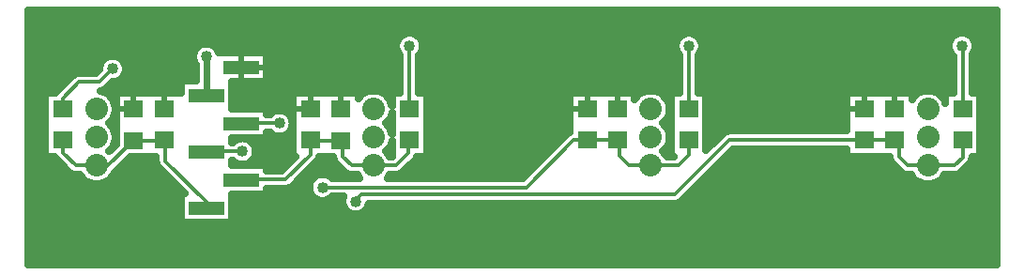
<source format=gbr>
G04 DipTrace 3.3.1.3*
G04 Top.gbr*
%MOIN*%
G04 #@! TF.FileFunction,Copper,L1,Top*
G04 #@! TF.Part,Single*
G04 #@! TA.AperFunction,Conductor*
%ADD13C,0.022*%
%ADD14C,0.012*%
G04 #@! TA.AperFunction,CopperBalancing*
%ADD15C,0.025*%
%ADD16C,0.02*%
%ADD18R,0.125197X0.05*%
G04 #@! TA.AperFunction,ComponentPad*
%ADD33C,0.08*%
%ADD34R,0.070866X0.062992*%
G04 #@! TA.AperFunction,ViaPad*
%ADD36C,0.04*%
%FSLAX26Y26*%
G04*
G70*
G90*
G75*
G01*
G04 Top*
%LPD*%
X3962980Y987520D2*
D14*
Y1208021D1*
X3959861Y1211140D1*
X2989541Y987520D2*
Y1211140D1*
X1997381Y987520D2*
Y1211140D1*
X764980Y987520D2*
Y1023941D1*
X824261Y1083220D1*
X896021D1*
X942820Y1130021D1*
X3962980Y877283D2*
Y814900D1*
X3934900Y786820D1*
X3839076D1*
X3838583Y786327D1*
X3766915D1*
X3735220Y818021D1*
Y862535D1*
X3720472Y877283D1*
X3612672D1*
X3133043D1*
X2939621Y683861D1*
X1825781D1*
X1800820Y658900D1*
X1807060D1*
X1535621Y936581D2*
X1401936D1*
X1401181Y935827D1*
X2854331Y786327D2*
X2951606D1*
X2989541Y824261D1*
Y877283D1*
X2854331Y786327D2*
X2777874D1*
X2743060Y821140D1*
Y870444D1*
X2736220Y877283D1*
X2628420D1*
X2580804D1*
X2412341Y708820D1*
X1688501D1*
X1404581Y836740D2*
X1276898D1*
X1275984Y835827D1*
X1870079Y786327D2*
X1950087D1*
X1994261Y830501D1*
Y874164D1*
X1997381Y877283D1*
X1870079Y786327D2*
X1791955D1*
X1760261Y818021D1*
Y870025D1*
X1754021Y876265D1*
X1646907D1*
X1645888Y877283D1*
Y825328D1*
X1557461Y736900D1*
X1402255D1*
X1401181Y735827D1*
X885827Y786327D2*
X812276D1*
X768101Y830501D1*
Y874163D1*
X764980Y877283D1*
X885827Y786327D2*
X927762D1*
X1017701Y876265D1*
X1125865D1*
X1126900Y877301D1*
X1275984Y635827D2*
Y656458D1*
X1130021Y802421D1*
Y874180D1*
X1126900Y877301D1*
X1275984Y1035827D2*
D13*
Y1173024D1*
D36*
X3959861Y1211140D3*
X2989541D3*
X1997381D3*
X942820Y1130021D3*
X1807060Y658900D3*
X1535621Y936581D3*
X1688501Y708820D3*
X1404581Y836740D3*
X1275984Y1173024D3*
D3*
X743140Y1211140D3*
X1732181D3*
X2711861D3*
X3697781D3*
X644940Y1313025D2*
D15*
X4079474D1*
X644940Y1288156D2*
X4079474D1*
X644940Y1263287D2*
X4079474D1*
X644940Y1238419D2*
X1957248D1*
X2037533D2*
X2949409D1*
X3029694D2*
X3919718D1*
X4000003D2*
X4079474D1*
X644940Y1213550D2*
X1250688D1*
X1301261D2*
X1948457D1*
X2046324D2*
X2940618D1*
X3038486D2*
X3910927D1*
X4008794D2*
X4079474D1*
X644940Y1188681D2*
X1229696D1*
X1322253D2*
X1954161D1*
X2040583D2*
X2946324D1*
X3032744D2*
X3916668D1*
X4003052D2*
X4079474D1*
X644940Y1163812D2*
X908388D1*
X977262D2*
X1227902D1*
X1492774D2*
X1962379D1*
X2032365D2*
X2954541D1*
X3024528D2*
X3927971D1*
X3997958D2*
X4079474D1*
X644940Y1138944D2*
X894681D1*
X990934D2*
X1235975D1*
X1492774D2*
X1962379D1*
X2032365D2*
X2954541D1*
X3024528D2*
X3927971D1*
X3997958D2*
X4079474D1*
X644940Y1114075D2*
X811573D1*
X988997D2*
X1235975D1*
X1492774D2*
X1962379D1*
X2032365D2*
X2954541D1*
X3024528D2*
X3927971D1*
X3997958D2*
X4079474D1*
X644940Y1089206D2*
X781790D1*
X967573D2*
X1235975D1*
X1492774D2*
X1962379D1*
X2032365D2*
X2954541D1*
X3024528D2*
X3927971D1*
X3997958D2*
X4079474D1*
X644940Y1064337D2*
X756921D1*
X925589D2*
X1184409D1*
X1367575D2*
X1962379D1*
X2032365D2*
X2954541D1*
X3024528D2*
X3927971D1*
X3997958D2*
X4079474D1*
X644940Y1039469D2*
X700547D1*
X928281D2*
X953280D1*
X1367575D2*
X1581469D1*
X1912549D2*
X1932954D1*
X2061790D2*
X2563978D1*
X2896780D2*
X2925115D1*
X3053953D2*
X3548245D1*
X3881047D2*
X3898546D1*
X4027419D2*
X4079474D1*
X644940Y1014600D2*
X700547D1*
X1367575D2*
X1581469D1*
X2061790D2*
X2563978D1*
X3053953D2*
X3548245D1*
X4027419D2*
X4079474D1*
X644940Y989731D2*
X700547D1*
X1367575D2*
X1581469D1*
X2061790D2*
X2563978D1*
X3053953D2*
X3548245D1*
X4027419D2*
X4079474D1*
X644940Y964862D2*
X700547D1*
X2061790D2*
X2563978D1*
X3053953D2*
X3548245D1*
X4027419D2*
X4079474D1*
X644940Y939993D2*
X700547D1*
X936031D2*
X953280D1*
X1920264D2*
X1932954D1*
X2061790D2*
X2563978D1*
X2904530D2*
X2925115D1*
X3053953D2*
X3548245D1*
X4027419D2*
X4079474D1*
X644940Y915125D2*
X700547D1*
X2061790D2*
X2563978D1*
X3053953D2*
X3548245D1*
X4027419D2*
X4079474D1*
X644940Y890256D2*
X700547D1*
X1492774D2*
X1529185D1*
X1542070D2*
X1581469D1*
X2061790D2*
X2545318D1*
X3053953D2*
X3097575D1*
X4027419D2*
X4079474D1*
X644940Y865387D2*
X700547D1*
X1443685D2*
X1581469D1*
X2061790D2*
X2520450D1*
X3053953D2*
X3072707D1*
X4027419D2*
X4079474D1*
X644940Y840518D2*
X700547D1*
X1453409D2*
X1581469D1*
X2061790D2*
X2495583D1*
X2905033D2*
X2925115D1*
X3144739D2*
X3548245D1*
X4027419D2*
X4079474D1*
X644940Y815650D2*
X736719D1*
X1005539D2*
X1095022D1*
X1448530D2*
X1587748D1*
X1679408D2*
X1725364D1*
X2025655D2*
X2470714D1*
X3119871D2*
X3700322D1*
X3997958D2*
X4079474D1*
X644940Y790781D2*
X759362D1*
X980672D2*
X1097176D1*
X1367575D2*
X1395050D1*
X1414089D2*
X1562881D1*
X1659780D2*
X1739035D1*
X2002976D2*
X2445846D1*
X3095004D2*
X3713993D1*
X3987301D2*
X4079474D1*
X644940Y765912D2*
X784230D1*
X955804D2*
X1118096D1*
X1634912D2*
X1763904D1*
X1978109D2*
X2420979D1*
X3070136D2*
X3738862D1*
X3962432D2*
X4079474D1*
X644940Y741043D2*
X834647D1*
X937000D2*
X1142963D1*
X1610045D2*
X1652483D1*
X3045268D2*
X3787377D1*
X3889766D2*
X4079474D1*
X644940Y716175D2*
X1167832D1*
X1585177D2*
X1640104D1*
X3020400D2*
X4079474D1*
X644940Y691306D2*
X1192699D1*
X1492774D2*
X1642938D1*
X2995533D2*
X4079474D1*
X644940Y666437D2*
X1184409D1*
X1367575D2*
X1666908D1*
X1710126D2*
X1758701D1*
X2970665D2*
X4079474D1*
X644940Y641568D2*
X1184409D1*
X1367575D2*
X1761428D1*
X1852693D2*
X4079474D1*
X644940Y616699D2*
X1184409D1*
X1367575D2*
X1785039D1*
X1829081D2*
X4079474D1*
X644940Y591831D2*
X1184409D1*
X1367575D2*
X4079474D1*
X644940Y566962D2*
X4079474D1*
X644940Y542093D2*
X4079474D1*
X644940Y517224D2*
X4079474D1*
X644940Y492356D2*
X4079474D1*
X644940Y467487D2*
X4079474D1*
X644940Y442618D2*
X4079474D1*
X1196080Y687319D2*
X1199202D1*
X1105314Y781319D1*
X1102316Y785444D1*
X1100003Y789987D1*
X1098427Y794836D1*
X1097629Y799871D1*
X1097529Y819323D1*
X1079630Y819312D1*
X1079626Y818277D1*
X1005669D1*
X948857Y761613D1*
X945072Y756140D1*
X939619Y747244D1*
X932844Y739310D1*
X924909Y732534D1*
X916013Y727081D1*
X906374Y723089D1*
X896228Y720654D1*
X885827Y719835D1*
X875425Y720654D1*
X865280Y723089D1*
X855640Y727081D1*
X846744Y732534D1*
X838810Y739310D1*
X832034Y747244D1*
X827867Y753845D1*
X809726Y753934D1*
X804690Y754732D1*
X799841Y756308D1*
X795298Y758622D1*
X791173Y761619D1*
X745126Y807526D1*
X741814Y811403D1*
X739150Y815751D1*
X738079Y818076D1*
X735042Y819295D1*
X703055D1*
Y1045508D1*
X740698D1*
X801285Y1106197D1*
X805163Y1109508D1*
X809509Y1112172D1*
X814220Y1114123D1*
X819178Y1115312D1*
X824261Y1115713D1*
X882572D1*
X896314Y1129465D1*
X896902Y1137294D1*
X898604Y1144387D1*
X901396Y1151127D1*
X905207Y1157348D1*
X909946Y1162896D1*
X915493Y1167634D1*
X921714Y1171446D1*
X928454Y1174238D1*
X935547Y1175941D1*
X942820Y1176513D1*
X950093Y1175941D1*
X957188Y1174238D1*
X963928Y1171446D1*
X970148Y1167634D1*
X975696Y1162896D1*
X980434Y1157348D1*
X984245Y1151127D1*
X987038Y1144387D1*
X988740Y1137294D1*
X989312Y1130021D1*
X988740Y1122748D1*
X987038Y1115654D1*
X984245Y1108913D1*
X980434Y1102693D1*
X975696Y1097146D1*
X970148Y1092408D1*
X963928Y1088596D1*
X957188Y1085804D1*
X950093Y1084101D1*
X942294Y1083550D1*
X917123Y1058513D1*
X912997Y1055517D1*
X908455Y1053202D1*
X903606Y1051626D1*
X901349Y1050982D1*
X911272Y1047757D1*
X920568Y1043021D1*
X929010Y1036887D1*
X936387Y1029510D1*
X942521Y1021068D1*
X947257Y1011772D1*
X950482Y1001849D1*
X952114Y991543D1*
Y981110D1*
X950482Y970804D1*
X947257Y960882D1*
X942521Y951585D1*
X936387Y943143D1*
X929623Y936333D1*
X936387Y929510D1*
X942521Y921068D1*
X947257Y911772D1*
X950482Y901849D1*
X952114Y891543D1*
Y881110D1*
X950482Y870804D1*
X947257Y860882D1*
X942521Y851585D1*
X936387Y843143D1*
X929623Y836333D1*
X937265Y841781D1*
X955764Y860278D1*
X955776Y1044490D1*
X1064971D1*
X1064975Y1045525D1*
X1186888D1*
X1186894Y1087319D1*
X1238459D1*
X1238371Y1145697D1*
X1234559Y1151916D1*
X1231768Y1158656D1*
X1230064Y1165751D1*
X1229492Y1173024D1*
X1230064Y1180297D1*
X1231768Y1187391D1*
X1234559Y1194131D1*
X1238371Y1200350D1*
X1243109Y1205899D1*
X1248657Y1210636D1*
X1254877Y1214449D1*
X1261617Y1217240D1*
X1268711Y1218944D1*
X1275984Y1219516D1*
X1283257Y1218944D1*
X1290352Y1217240D1*
X1297092Y1214449D1*
X1303311Y1210636D1*
X1308860Y1205899D1*
X1313597Y1200350D1*
X1317409Y1194131D1*
X1320220Y1187322D1*
X1490272Y1187319D1*
Y1084335D1*
X1365072D1*
X1365075Y987310D1*
X1490272Y987319D1*
Y969054D1*
X1502375Y969073D1*
X1508294Y974194D1*
X1514513Y978007D1*
X1521253Y980798D1*
X1528348Y982501D1*
X1535621Y983073D1*
X1542894Y982501D1*
X1549988Y980798D1*
X1556728Y978007D1*
X1562948Y974194D1*
X1568496Y969457D1*
X1573234Y963908D1*
X1577046Y957689D1*
X1579837Y950949D1*
X1581541Y943854D1*
X1582113Y936581D1*
X1581541Y929308D1*
X1579837Y922214D1*
X1577046Y915474D1*
X1573234Y909255D1*
X1568496Y903706D1*
X1562948Y898969D1*
X1556728Y895156D1*
X1549988Y892365D1*
X1542894Y890661D1*
X1535621Y890089D1*
X1528348Y890661D1*
X1521253Y892365D1*
X1514513Y895156D1*
X1508294Y898969D1*
X1502387Y904094D1*
X1490299Y904089D1*
X1490272Y884335D1*
X1365072D1*
X1365075Y869197D1*
X1371308Y869232D1*
X1377255Y874353D1*
X1383474Y878165D1*
X1390214Y880957D1*
X1397308Y882660D1*
X1404581Y883232D1*
X1411854Y882660D1*
X1418949Y880957D1*
X1425689Y878165D1*
X1431908Y874353D1*
X1437457Y869615D1*
X1442194Y864067D1*
X1446007Y857848D1*
X1448798Y851108D1*
X1450501Y844013D1*
X1451073Y836740D1*
X1450501Y829467D1*
X1448798Y822373D1*
X1446007Y815633D1*
X1442194Y809413D1*
X1437457Y803865D1*
X1431908Y799127D1*
X1425689Y795315D1*
X1418949Y792524D1*
X1411854Y790820D1*
X1404581Y790248D1*
X1397308Y790820D1*
X1390214Y792524D1*
X1383474Y795315D1*
X1377255Y799127D1*
X1371348Y804253D1*
X1365073Y804248D1*
X1365075Y787310D1*
X1490272Y787319D1*
Y769412D1*
X1544033Y769392D1*
X1593886Y819276D1*
X1583963Y819295D1*
Y1045508D1*
X1707814D1*
Y1044496D1*
X1815946Y1044490D1*
Y1024932D1*
X1819518Y1029510D1*
X1826895Y1036887D1*
X1835337Y1043021D1*
X1844634Y1047757D1*
X1854556Y1050982D1*
X1864862Y1052614D1*
X1875295D1*
X1885601Y1050982D1*
X1895524Y1047757D1*
X1904820Y1043021D1*
X1913262Y1036887D1*
X1920639Y1029510D1*
X1926773Y1021068D1*
X1931509Y1011772D1*
X1934734Y1001849D1*
X1935454Y998228D1*
X1935455Y1045508D1*
X1964916D1*
X1964888Y1177886D1*
X1959768Y1183814D1*
X1955955Y1190033D1*
X1953164Y1196773D1*
X1951461Y1203867D1*
X1950888Y1211140D1*
X1951461Y1218413D1*
X1953164Y1225508D1*
X1955955Y1232248D1*
X1959768Y1238467D1*
X1964505Y1244016D1*
X1970054Y1248753D1*
X1976273Y1252566D1*
X1983013Y1255357D1*
X1990108Y1257060D1*
X1997381Y1257633D1*
X2004654Y1257060D1*
X2011748Y1255357D1*
X2018488Y1252566D1*
X2024707Y1248753D1*
X2030256Y1244016D1*
X2034993Y1238467D1*
X2038806Y1232248D1*
X2041597Y1225508D1*
X2043301Y1218413D1*
X2043873Y1211140D1*
X2043301Y1203867D1*
X2041597Y1196773D1*
X2038806Y1190033D1*
X2034993Y1183814D1*
X2029867Y1177907D1*
X2029873Y1045535D1*
X2059306Y1045508D1*
Y819295D1*
X2024749D1*
X2021966Y813524D1*
X2018969Y809399D1*
X1973062Y763352D1*
X1969185Y760039D1*
X1964837Y757375D1*
X1960127Y755425D1*
X1955169Y754235D1*
X1950076Y753835D1*
X1928089D1*
X1923871Y747244D1*
X1918937Y741302D1*
X2398900Y741312D1*
X2559702Y901991D1*
X2563827Y904988D1*
X2566063Y906239D1*
X2566495Y911159D1*
Y1045508D1*
X2798146D1*
Y1021888D1*
X2803770Y1029510D1*
X2811147Y1036887D1*
X2819589Y1043021D1*
X2828886Y1047757D1*
X2838808Y1050982D1*
X2849114Y1052614D1*
X2859547D1*
X2869853Y1050982D1*
X2879776Y1047757D1*
X2889072Y1043021D1*
X2897514Y1036887D1*
X2904891Y1029510D1*
X2911025Y1021068D1*
X2915761Y1011772D1*
X2918986Y1001849D1*
X2920618Y991543D1*
Y981110D1*
X2918986Y970804D1*
X2915761Y960882D1*
X2911025Y951585D1*
X2904891Y943143D1*
X2898127Y936333D1*
X2904891Y929510D1*
X2911025Y921068D1*
X2915761Y911772D1*
X2918986Y901849D1*
X2920618Y891543D1*
Y881110D1*
X2918986Y870804D1*
X2915761Y860882D1*
X2911025Y851585D1*
X2904891Y843143D1*
X2898127Y836333D1*
X2904891Y829510D1*
X2911025Y821068D1*
X2912290Y818808D1*
X2938121Y818819D1*
X2927615Y819295D1*
Y1045508D1*
X2957076D1*
X2957049Y1177886D1*
X2951928Y1183814D1*
X2948115Y1190033D1*
X2945324Y1196773D1*
X2943621Y1203867D1*
X2943049Y1211140D1*
X2943621Y1218413D1*
X2945324Y1225508D1*
X2948115Y1232248D1*
X2951928Y1238467D1*
X2956665Y1244016D1*
X2962214Y1248753D1*
X2968433Y1252566D1*
X2975173Y1255357D1*
X2982268Y1257060D1*
X2989541Y1257633D1*
X2996814Y1257060D1*
X3003908Y1255357D1*
X3010648Y1252566D1*
X3016867Y1248753D1*
X3022416Y1244016D1*
X3027154Y1238467D1*
X3030966Y1232248D1*
X3033757Y1225508D1*
X3035461Y1218413D1*
X3036033Y1211140D1*
X3035461Y1203867D1*
X3033757Y1196773D1*
X3030966Y1190033D1*
X3027154Y1183814D1*
X3022028Y1177907D1*
X3022033Y1045535D1*
X3051466Y1045508D1*
Y841650D1*
X3111941Y901991D1*
X3116066Y904988D1*
X3120609Y907302D1*
X3125458Y908878D1*
X3130493Y909676D1*
X3197348Y909776D1*
X3550772D1*
X3550747Y1045508D1*
X3782398D1*
Y1021888D1*
X3788022Y1029510D1*
X3795399Y1036887D1*
X3803841Y1043021D1*
X3813138Y1047757D1*
X3823060Y1050982D1*
X3833366Y1052614D1*
X3843799D1*
X3854105Y1050982D1*
X3864028Y1047757D1*
X3873324Y1043021D1*
X3881766Y1036887D1*
X3889143Y1029510D1*
X3895277Y1021068D1*
X3900013Y1011772D1*
X3901051Y1008959D1*
X3901055Y1045508D1*
X3930516D1*
X3930488Y1175087D1*
X3924508Y1180946D1*
X3920220Y1186848D1*
X3916908Y1193349D1*
X3914654Y1200287D1*
X3913512Y1207492D1*
Y1214789D1*
X3914654Y1221993D1*
X3916908Y1228932D1*
X3920220Y1235433D1*
X3924508Y1241335D1*
X3929667Y1246493D1*
X3935568Y1250781D1*
X3942070Y1254093D1*
X3949008Y1256348D1*
X3956213Y1257490D1*
X3963509D1*
X3970714Y1256348D1*
X3977652Y1254093D1*
X3984154Y1250781D1*
X3990055Y1246493D1*
X3995214Y1241335D1*
X3999501Y1235433D1*
X4002814Y1228932D1*
X4005068Y1221993D1*
X4006210Y1214789D1*
Y1207492D1*
X4005068Y1200287D1*
X4002814Y1193349D1*
X3999501Y1186848D1*
X3995470Y1181270D1*
X3995472Y1045501D1*
X4024906Y1045508D1*
Y819295D1*
X3995445D1*
X3995373Y812350D1*
X3994575Y807315D1*
X3992999Y802466D1*
X3990685Y797923D1*
X3987688Y793798D1*
X3957875Y763845D1*
X3953999Y760533D1*
X3949651Y757870D1*
X3944941Y755919D1*
X3939983Y754728D1*
X3934900Y754328D1*
X3896899D1*
X3892375Y747244D1*
X3885600Y739310D1*
X3877665Y732534D1*
X3868769Y727081D1*
X3859130Y723089D1*
X3848984Y720654D1*
X3838583Y719835D1*
X3828181Y720654D1*
X3818035Y723089D1*
X3808396Y727081D1*
X3799500Y732534D1*
X3791566Y739310D1*
X3784790Y747244D1*
X3780623Y753845D1*
X3764365Y753934D1*
X3759329Y754732D1*
X3754480Y756308D1*
X3749937Y758622D1*
X3745812Y761619D1*
X3712245Y795046D1*
X3708933Y798923D1*
X3706269Y803270D1*
X3704319Y807980D1*
X3703129Y812938D1*
X3702728Y819277D1*
X3550747Y819295D1*
Y844808D1*
X3146500Y844791D1*
X2960723Y659154D1*
X2956598Y656156D1*
X2952055Y653843D1*
X2947206Y652266D1*
X2942171Y651469D1*
X2875316Y651369D1*
X1852940D1*
X1851277Y644533D1*
X1848486Y637793D1*
X1844673Y631573D1*
X1839936Y626025D1*
X1834387Y621287D1*
X1828168Y617475D1*
X1821428Y614684D1*
X1814333Y612980D1*
X1807060Y612408D1*
X1799787Y612980D1*
X1792693Y614684D1*
X1785953Y617475D1*
X1779734Y621287D1*
X1774185Y626025D1*
X1769448Y631573D1*
X1765635Y637793D1*
X1762844Y644533D1*
X1761140Y651627D1*
X1760568Y658900D1*
X1761140Y666173D1*
X1762844Y673268D1*
X1763974Y676331D1*
X1721751Y676328D1*
X1715828Y671207D1*
X1709609Y667395D1*
X1702869Y664604D1*
X1695774Y662900D1*
X1688501Y662328D1*
X1681228Y662900D1*
X1674134Y664604D1*
X1667394Y667395D1*
X1661175Y671207D1*
X1655626Y675945D1*
X1650888Y681493D1*
X1647076Y687713D1*
X1644285Y694453D1*
X1642581Y701547D1*
X1642009Y708820D1*
X1642581Y716093D1*
X1644285Y723188D1*
X1647076Y729928D1*
X1650888Y736147D1*
X1655626Y741696D1*
X1661175Y746433D1*
X1667394Y750245D1*
X1674134Y753037D1*
X1681228Y754740D1*
X1688501Y755312D1*
X1695774Y754740D1*
X1702869Y753037D1*
X1709609Y750245D1*
X1715828Y746433D1*
X1721735Y741307D1*
X1821165Y741312D1*
X1816286Y747244D1*
X1812119Y753845D1*
X1789406Y753934D1*
X1784370Y754732D1*
X1779521Y756308D1*
X1774978Y758622D1*
X1770853Y761619D1*
X1737286Y795046D1*
X1733975Y798923D1*
X1731311Y803270D1*
X1729360Y807980D1*
X1728169Y812938D1*
X1727769Y818272D1*
X1692096Y818277D1*
Y819318D1*
X1677850Y819295D1*
X1675907Y812894D1*
X1673593Y808350D1*
X1670596Y804226D1*
X1623394Y756882D1*
X1578563Y712193D1*
X1574438Y709196D1*
X1569895Y706882D1*
X1565046Y705306D1*
X1560010Y704508D1*
X1490249Y704408D1*
X1490272Y684335D1*
X1365072D1*
X1365075Y584335D1*
X1186894D1*
Y687319D1*
X1196080D1*
X1913875Y836320D2*
X1920639Y829510D1*
X1926773Y821068D1*
X1928038Y818808D1*
X1936644Y818819D1*
X1935455Y819295D1*
Y874234D1*
X1933316Y865780D1*
X1929324Y856140D1*
X1923871Y847244D1*
X1917096Y839310D1*
X1913875Y836333D1*
Y936320D2*
X1920639Y929510D1*
X1926773Y921068D1*
X1931509Y911772D1*
X1934734Y901849D1*
X1935454Y898228D1*
X1935455Y974207D1*
X1933316Y965780D1*
X1929324Y956140D1*
X1923871Y947244D1*
X1917096Y939310D1*
X1913875Y936333D1*
X1238486Y1145551D2*
X1234559Y1151916D1*
X1231768Y1158656D1*
X1230064Y1165751D1*
X1229492Y1173024D1*
X1230064Y1180297D1*
X1231768Y1187391D1*
X1234559Y1194131D1*
X1238371Y1200350D1*
X1243109Y1205899D1*
X1248657Y1210636D1*
X1254877Y1214449D1*
X1261617Y1217240D1*
X1268711Y1218944D1*
X1275984Y1219516D1*
X1283257Y1218944D1*
X1290352Y1217240D1*
X1297092Y1214449D1*
X1303311Y1210636D1*
X1308860Y1205899D1*
X1313597Y1200350D1*
X1317409Y1194131D1*
X1320220Y1187322D1*
X642445Y433760D2*
X4082016D1*
X4081988Y1337921D1*
X642394Y1337894D1*
X642421Y433732D1*
X1401181Y1187283D2*
D16*
Y1084370D1*
Y1135827D2*
X1490236D1*
X3612672Y1045472D2*
Y987520D1*
X3550782D2*
X3612672D1*
X3720472Y1045472D2*
Y987520D1*
X2628420Y1045472D2*
Y987520D1*
X2566530D2*
X2628420D1*
X2736220Y1045471D2*
Y987520D1*
X1754021Y1044453D2*
Y986501D1*
X1645888Y1045472D2*
Y987520D1*
X1583999D2*
X1645888D1*
X1017701Y1044454D2*
Y986501D1*
X955811D2*
X1017701D1*
X1126900Y1045490D2*
Y987537D1*
D18*
X1275984Y635827D3*
X1401181Y735827D3*
X1275984Y835827D3*
X1401181Y935827D3*
X1275984Y1035827D3*
X1401181Y1135827D3*
D33*
X3838583Y786327D3*
Y886327D3*
Y986327D3*
D34*
X3612672Y987520D3*
Y877283D3*
X3962980D3*
Y987520D3*
X3720472Y877283D3*
Y987520D3*
D33*
X2854331Y786327D3*
Y886327D3*
Y986327D3*
D34*
X2628420Y987520D3*
Y877283D3*
X2989541D3*
Y987520D3*
X2736220Y877283D3*
Y987520D3*
D33*
X1870079Y786327D3*
Y886327D3*
Y986327D3*
D34*
X1754021Y986501D3*
Y876265D3*
X1997381Y877283D3*
Y987520D3*
X1645888Y877283D3*
Y987520D3*
D33*
X885827Y786327D3*
Y886327D3*
Y986327D3*
D34*
X1017701Y986501D3*
Y876265D3*
X764980Y877283D3*
Y987520D3*
X1126900Y877301D3*
Y987537D3*
M02*

</source>
